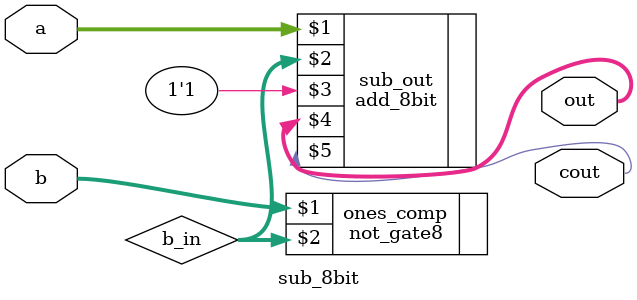
<source format=v>
module sub_8bit
(
	input [7:0] a, b,
	output [7:0] out,
	output cout
);

	wire [7:0] b_in;
	
	not_gate8 ones_comp(b[7:0], b_in[7:0]);
	
	add_8bit sub_out(a[7:0], b_in[7:0], 1'b1, out[7:0], cout);
	
endmodule

</source>
